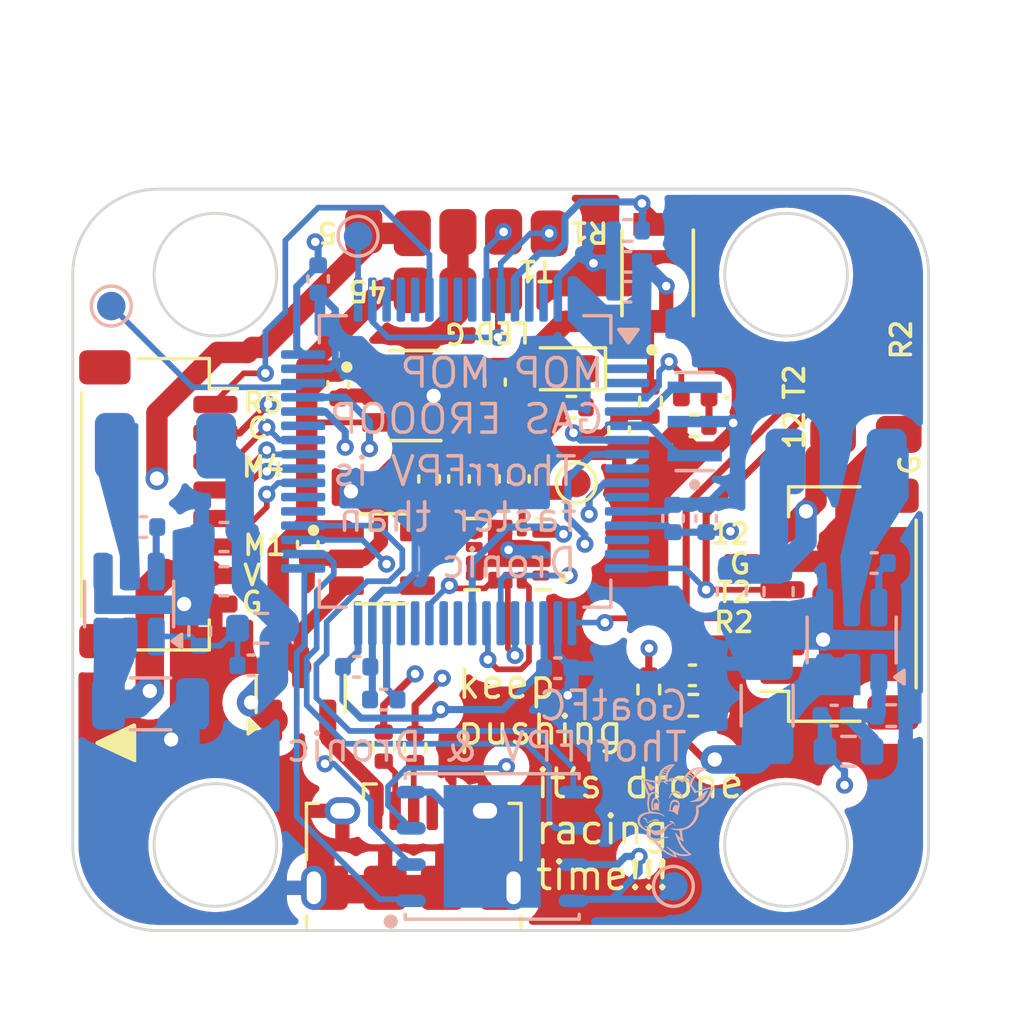
<source format=kicad_pcb>
(kicad_pcb (version 20240108) (generator "pcbnew") (generator_version "8.0")
  (layers (0 "F.Cu" signal) (1 "In1.Cu" power) (2 "In2.Cu" signal) (31 "B.Cu" signal) (34 "B.Paste" user) (35 "F.Paste" user) (36 "B.SilkS" user "B.Silkscreen") (37 "F.SilkS" user "F.Silkscreen") (38 "B.Mask" user) (39 "F.Mask" user) (44 "Edge.Cuts" user))
  (net 0 "")
  (net 1 "GND")
  (net 2 "VBAT")
  (net 3 "Net-(U6-BST)")
  (net 4 "Net-(U6-SW)")
  (net 5 "5Vbuck")
  (net 6 "Net-(U2-VCAP_1)")
  (net 7 "5V")
  (net 8 "3V3Gyro")
  (net 9 "3V3")
  (net 10 "VBAT_detect")
  (net 11 "NRST")
  (net 12 "5Vusb")
  (net 13 "Net-(D2-K)")
  (net 14 "LED0")
  (net 15 "Net-(D3-K)")
  (net 16 "Net-(U7-BST)")
  (net 18 "Net-(J1-D+)")
  (net 19 "Net-(J1-D-)")
  (net 20 "M3")
  (net 21 "M1")
  (net 22 "M2")
  (net 23 "CURR")
  (net 24 "UART5_RX")
  (net 25 "M4")
  (net 28 "UART2_RX")
  (net 29 "UART2_TX")
  (net 30 "Net-(U6-FB)")
  (net 31 "usb-D-")
  (net 32 "usb-D+")
  (net 33 "BOOT")
  (net 34 "UART1_TX")
  (net 35 "UART1_RX")
  (net 36 "PRGR2")
  (net 37 "PRGR1")
  (net 38 "SPI2_SDI")
  (net 39 "CS_Flash")
  (net 40 "SPI2_SDO")
  (net 41 "SPI2_SCLK")
  (net 50 "INT_GYRO")
  (net 52 "CS_Gyro")
  (net 53 "SPI1_SCLK")
  (net 57 "OSC_IN")
  (net 59 "SPI1_SDI")
  (net 66 "OSC_OUT")
  (net 69 "SPI1_SDO")
  (net 71 "Net-(U7-SW)")
  (net 72 "12V")
  (net 73 "Net-(U7-FB)")
  (net 74 "LED1")
  (footprint "Resistor_SMD:R_0402_1005Metric" (layer "F.Cu") (at 78.9 109.55 -90)
    (property "Reference" "R6" (hide yes))
    (property "Value" "R22")
  )
  (footprint "custom:solder pad small" (layer "F.Cu") (at 83.1 91.5)
    (property "Reference" "S8" (hide yes))
    (property "Value" "solder pad")
  )
  (footprint "custom:solder pad small" (layer "F.Cu") (at 84.7 91.55)
    (property "Reference" "S9" (hide yes))
    (property "Value" "solder pad")
  )
  (footprint "TestPoint:TestPoint_Pad_D1.0mm" (layer "F.Cu") (at 85.65 100.3)
    (property "Reference" "TP1" (hide yes))
    (property "Value" "3V3gyro")
  )
  (footprint "custom:solder pad small" (layer "F.Cu") (at 94.65 98.6 90)
    (property "Reference" "S2" (hide yes))
    (property "Value" "solder pad")
  )
  (footprint "Resistor_SMD:R_0402_1005Metric" (layer "F.Cu") (at 89.75 108.1)
    (property "Reference" "R9" (hide yes))
    (property "Value" "R10k")
  )
  (footprint "Connector_JST:JST_SH_SM08B-SRSS-TB_1x08-1MP_P1.00mm_Horizontal" (layer "F.Cu") (at 71 101.05 -90)
    (property "Reference" "J2" (hide yes))
    (property "Value" "Conn_01x08_Socket")
  )
  (footprint "Resistor_SMD:R_0402_1005Metric" (layer "F.Cu") (at 88.25 97.45 -90)
    (property "Reference" "R3" (hide yes))
    (property "Value" "R10k")
  )
  (footprint "LED_SMD:LED_0603_1608Metric" (layer "F.Cu") (at 85.1875 96.3 180)
    (property "Reference" "D3" (hide yes))
    (property "Value" "LED")
  )
  (footprint "Connector_USB:USB_Micro-B_Amphenol_10118194-0001LF_Horizontal" (layer "F.Cu") (at 79.95 113.2)
    (property "Reference" "J1" (hide yes))
    (property "Value" "USB_B_Micro")
  )
  (footprint "LED_SMD:LED_0402_1005Metric" (layer "F.Cu") (at 89.815 97.3 180)
    (property "Reference" "D2" (hide yes))
    (property "Value" "LED")
  )
  (footprint "Capacitor_SMD:C_0402_1005Metric" (layer "F.Cu") (at 89.72 107.05 180)
    (property "Reference" "C18" (hide yes))
    (property "Value" "C100nF")
  )
  (footprint "custom:solder pad small" (layer "F.Cu") (at 96.95 96.8 90)
    (property "Reference" "S5" (hide yes))
    (property "Value" "solder pad")
  )
  (footprint "custom:solder pad small" (layer "F.Cu") (at 83.1 93.55)
    (property "Reference" "S12" (hide yes))
    (property "Value" "solder pad")
  )
  (footprint "custom:solder pad small" (layer "F.Cu") (at 79.9 93.55)
    (property "Reference" "S6" (hide yes))
    (property "Value" "solder pad")
  )
  (footprint "Resistor_SMD:R_0402_1005Metric" (layer "F.Cu") (at 89.79 98.3 180)
    (property "Reference" "R10" (hide yes))
    (property "Value" "R330")
  )
  (footprint "Capacitor_SMD:C_0402_1005Metric" (layer "F.Cu") (at 76.2375 102.465 90)
    (property "Reference" "C9" (hide yes))
    (property "Value" "C1µF")
  )
  (footprint "Package_TO_SOT_SMD:SOT-23" (layer "F.Cu") (at 75.9875 107.7 90)
    (property "Reference" "D1" (hide yes))
    (property "Value" "BAT54C")
  )
  (footprint "custom:solder pad small" (layer "F.Cu") (at 81.5 93.55)
    (property "Reference" "S11" (hide yes))
    (property "Value" "solder pad")
  )
  (footprint "Resistor_SMD:R_0402_1005Metric" (layer "F.Cu") (at 85.4775 97.65 180)
    (property "Reference" "R11" (hide yes))
    (property "Value" "R330")
  )
  (footprint "custom:solder pad small" (layer "F.Cu") (at 96.95 98.6 90)
    (property "Reference" "S3" (hide yes))
    (property "Value" "solder pad")
  )
  (footprint "ICM-42688-P:PQFN50P300X250X97-14N" (layer "F.Cu") (at 83.2375 102.8 180)
    (property "Reference" "U5" (hide yes))
    (property "Value" "ICM-42688-P")
  )
  (footprint "Capacitor_SMD:C_0402_1005Metric" (layer "F.Cu") (at 80.4875 100.165 90)
    (property "Reference" "C8" (hide yes))
    (property "Value" "C1µF")
  )
  (footprint "custom:solder pad small" (layer "F.Cu") (at 78.2 91.45)
    (property "Reference" "S13" (hide yes))
    (property "Value" "solder pad")
  )
  (footprint "Capacitor_SMD:C_0402_1005Metric" (layer "F.Cu") (at 87.15 98.45 -90)
    (property "Reference" "C25" (hide yes))
    (property "Value" "C100nF")
  )
  (footprint "Resistor_SMD:R_0402_1005Metric" (layer "F.Cu") (at 80 109.6 -90)
    (property "Reference" "R5" (hide yes))
    (property "Value" "R22")
  )
  (footprint "B3U-1000P:SW_B3U-1000P" (layer "F.Cu") (at 88.5 92.9375 90)
    (property "Reference" "S1" (hide yes))
    (property "Value" "B3U-1000P")
  )
  (footprint "Capacitor_SMD:C_0402_1005Metric" (layer "F.Cu") (at 83.6375 100.165 -90)
    (property "Reference" "C15" (hide yes))
    (property "Value" "C10nF")
  )
  (footprint "Capacitor_SMD:C_0402_1005Metric" (layer "F.Cu") (at 82.8 96.77 -90)
    (property "Reference" "C12" (hide yes))
    (property "Value" "C1µF")
  )
  (footprint "RT9013-33GB:SOT94P279X129-5N" (layer "F.Cu") (at 80.005 97.24)
    (property "Reference" "U4" (hide yes))
    (property "Value" "RT9013-33GB")
  )
  (footprint "custom:solder pad small" (layer "F.Cu") (at 94.8 96.8 90)
    (property "Reference" "S4" (hide yes))
    (property "Value" "solder pad")
  )
  (footprint "Resistor_SMD:R_0402_1005Metric" (layer "F.Cu") (at 88.19 107.55 90)
    (property "Reference" "R8" (hide yes))
    (property "Value" "R100k")
  )
  (footprint "Capacitor_SMD:C_0402_1005Metric" (layer "F.Cu") (at 81.5375 100.165 90)
    (property "Reference" "C10" (hide yes))
    (property "Value" "C100nF")
  )
  (footprint "RT9013-33GB:SOT94P279X129-5N" (layer "F.Cu") (at 78.8375 102.965)
    (property "Reference" "U3" (hide yes))
    (property "Value" "RT9013-33GB")
  )
  (footprint "custom:solder pad small" (layer "F.Cu") (at 79.9 91.55)
    (property "Reference" "S10" (hide yes))
    (property "Value" "solder pad")
  )
  (footprint "Connector_JST:JST_SH_SM06B-SRSS-TB_1x06-1MP_P1.00mm_Horizontal" (layer "F.Cu") (at 94.875 104.55 90)
    (property "Reference" "J3" (hide yes))
    (property "Value" "Conn_01x06_Socket")
  )
  (footprint "custom:solder pad small" (layer "F.Cu") (at 81.5 91.5)
    (property "Reference" "S7" (hide yes))
    (property "Value" "solder pad")
  )
  (footprint "Capacitor_SMD:C_0402_1005Metric" (layer "F.Cu") (at 82.5875 100.165 90)
    (property "Reference" "C14" (hide yes))
    (property "Value" "C2.2µF")
  )
  (footprint "Capacitor_SMD:C_0402_1005Metric" (layer "F.Cu") (at 77.305 96.86 90)
    (property "Reference" "C7" (hide yes))
    (property "Value" "C1µF")
  )
  (footprint "Resistor_SMD:R_0402_1005Metric" (layer "B.Cu") (at 72.45 105.5 -90)
    (property "Reference" "R2" (hide yes))
    (property "Value" "R30.1k")
  )
  (footprint "Capacitor_SMD:C_0603_1608Metric" (layer "B.Cu") (at 73.3 102.2 180)
    (property "Reference" "C5" (hide yes))
    (property "Value" "C22µF")
  )
  (footprint "Capacitor_SMD:C_0603_1608Metric" (layer "B.Cu") (at 73.3 103.75 180)
    (property "Reference" "C3" (hide yes))
    (property "Value" "C22µF")
  )
  (footprint "Capacitor_SMD:C_0402_1005Metric" (layer "B.Cu") (at 90.2 101.55 -90)
    (property "Reference" "C24" (hide yes))
    (property "Value" "C1µF")
  )
  (footprint "Capacitor_SMD:C_0402_1005Metric" (layer "B.Cu") (at 74.25 106.7)
    (property "Reference" "C6" (hide yes))
    (property "Value" "C100pF")
  )
  (footprint "Capacitor_SMD:C_1206_3216Metric" (layer "B.Cu") (at 70.725 108.05)
    (property "Reference" "C1" (hide yes))
    (property "Value" "C10µF")
  )
  (footprint "Capacitor_SMD:C_1206_3216Metric" (layer "B.Cu") (at 92.3375 108.1125 90)
    (property "Reference" "C11" (hide yes))
    (property "Value" "C10µF")
  )
  (footprint "Package_TO_SOT_SMD:TSOT-23-6" (layer "B.Cu") (at 69.975 104.55 90)
    (property "Reference" "U6" (hide yes))
    (property "Value" "AP63200WU")
  )
  (footprint "TestPoint:TestPoint_Pad_D1.0mm" (layer "B.Cu") (at 78 91.65 90)
    (property "Reference" "TP3" (hide yes))
    (property "Value" "PRGR2")
  )
  (footprint "Resistor_SMD:R_0603_1608Metric" (layer "B.Cu") (at 95.1875 109.7125 180)
    (property "Reference" "R13" (hide yes))
    (property "Value" "R249k")
  )
  (footprint "Capacitor_SMD:C_0402_1005Metric" (layer "B.Cu") (at 87.45 92.55)
    (property "Reference" "C19" (hide yes))
    (property "Value" "C4.7µF")
  )
  (footprint "Capacitor_SMD:C_0603_1608Metric" (layer "B.Cu") (at 92.7375 104.1125 -90)
    (property "Reference" "C26" (hide yes))
    (property "Value" "C22µF")
  )
  (footprint "Capacitor_SMD:C_0402_1005Metric" (layer "B.Cu") (at 94.6875 108.4625 180)
    (property "Reference" "C16" (hide yes))
    (property "Value" "C56pF")
  )
  (footprint "Capacitor_SMD:C_0402_1005Metric" (layer "B.Cu") (at 89.04 101.55 -90)
    (property "Reference" "C23" (hide yes))
    (property "Value" "C100nF")
  )
  (footprint "Resistor_SMD:R_0402_1005Metric" (layer "B.Cu") (at 87.45 91.45)
    (property "Reference" "R14" (hide yes))
    (property "Value" "R100k")
  )
  (footprint "TestPoint:TestPoint_Pad_D1.0mm" (layer "B.Cu") (at 89.05 114.45 180)
    (property "Reference" "TP2" (hide yes))
    (property "Value" "3V3")
  )
  (footprint "CSTNE8M00G550000R0:OSC_CSTNE8M00G550000R0" (layer "B.Cu") (at 89.8 98.15 90)
    (property "Reference" "Y1" (hide yes))
    (property "Value" "CSTNE8M00G550000R0")
  )
  (footprint "LOGO" (layer "B.Cu") (at 89.15 111.8 180)
    (property "Reference" "G***" (hide yes))
    (property "Value" "LOGO" (hide yes))
  )
  (footprint "Capacitor_SMD:C_0603_1608Metric" (layer "B.Cu") (at 91.1 104.1 -90)
    (property "Reference" "C27" (hide yes))
    (property "Value" "C22µF")
  )
  (footprint "Capacitor_SMD:C_0402_1005Metric" (layer "B.Cu") (at 76.6 93.15 90)
    (property "Reference" "C21" (hide yes))
    (property "Value" "C100nF")
  )
  (footprint "Capacitor_SMD:C_0402_1005Metric" (layer "B.Cu") (at 78.9 107.9 180)
    (property "Reference" "C4" (hide yes))
    (property "Value" "C2.2µF")
  )
  (footprint "Resistor_SMD:R_0402_1005Metric" (layer "B.Cu") (at 96.6875 108.4625 180)
    (property "Reference" "R7" (hide yes))
    (property "Value" "R18k")
  )
  (footprint "Capacitor_SMD:C_0402_1005Metric" (layer "B.Cu") (at 87.45 93.6)
    (property "Reference" "C17" (hide yes))
    (property "Value" "C100nF")
  )
  (footprint "TestPoint:TestPoint_Pad_D1.0mm" (layer "B.Cu") (at 69.35 94.1 90)
    (property "Reference" "TP4" (hide yes))
    (property "Value" "PRGR1")
  )
  (footprint "Package_TO_SOT_SMD:TSOT-23-6" (layer "B.Cu") (at 95.3 105.8125 90)
    (property "Reference" "U7" (hide yes))
    (property "Value" "AP63200WU")
  )
  (footprint "Capacitor_SMD:C_0402_1005Metric" (layer "B.Cu") (at 96.0875 103.1125)
    (property "Reference" "C13" (hide yes))
    (property "Value" "C100nF")
  )
  (footprint "custom:TECHFUSE SL0420-100M" (layer "B.Cu") (at 71.25 99)
    (property "Reference" "L1" (hide yes))
    (property "Value" "L10µH")
  )
  (footprint "Resistor_SMD:R_0603_1608Metric" (layer "B.Cu") (at 74.6 105.4)
    (property "Reference" "R1" (hide yes))
    (property "Value" "R158k")
  )
  (footprint "custom:TECHFUSE SL0420-100M" (layer "B.Cu") (at 94.75 99.55 180)
    (property "Reference" "L2" (hide yes))
    (property "Value" "L10µH")
  )
  (footprint "Capacitor_SMD:C_0402_1005Metric" (layer "B.Cu") (at 85 106.8 180)
    (property "Reference" "C22" (hide yes))
    (property "Value" "C100nF")
  )
  (footprint "Capacitor_SMD:C_0402_1005Metric" (layer "B.Cu") (at 77.95 106.75 180)
    (property "Reference" "C20" (hide yes))
    (property "Value" "C100nF")
  )
  (footprint "W25Q128JVPIQ:W25Q128JVPIQ" (layer "B.Cu") (at 82.7 113.05)
    (property "Reference" "U1" (hide yes))
    (property "Value" "W25Q128JVPIQ")
  )
  (footprint "Package_QFP:LQFP-64_10x10mm_P0.5mm" (layer "B.Cu") (at 81.75 99.55 180)
    (property "Reference" "U2" (hide yes))
    (property "Value" "STM32F722RETx")
  )
  (footprint "Capacitor_SMD:C_0402_1005Metric" (layer "B.Cu") (at 70.48 101.85)
    (property "Reference" "C2" (hide yes))
    (property "Value" "C100nF")
  )
  (gr_poly (pts (xy 82.3 103.6) (xy 82.3 103.15) (xy 84.65 103.15) (xy 84.65 102.45) (xy 84.15 102.45) (xy 83.95 102.4) (xy 83.3 102.4) (xy 83.3 101.7) (xy 82.65 101.7) (xy 82.65 102.95) (xy 81.9 102.95) (xy 81.9 103.6)) (stroke (width 0.2)) (fill solid) (layer "F.Cu") (net 1))
  (gr_poly (pts (xy 90.75 104.55) (xy 93.1 104.55) (xy 94.55 104.3) (xy 94.55 105.55) (xy 97.65 105.6) (xy 97.65 108.65) (xy 97.05 108.65) (xy 96.95 106.05) (xy 93.15 106.05) (xy 93.05 107.1) (xy 91.55 107.1) (xy 90.75 105.25)) (stroke (width 0.2)) (fill solid) (layer "B.Cu") (net 1))
  (gr_poly (pts (xy 95.1 104.55) (xy 95 102.9) (xy 95.9 99.15) (xy 97.2 99.15) (xy 97.2 100.8) (xy 95.95 102.75) (xy 95.5 104.55)) (stroke (width 0.2)) (fill solid) (layer "B.Cu") (net 71))
  (gr_poly (pts (xy 72.85 101.95) (xy 72.85 104.15) (xy 72.7 104.8) (xy 72.7 105.2) (xy 71.7 105.2) (xy 71.7 104.8) (xy 68.85 104.8) (xy 68.85 102.9) (xy 69.3 102.9) (xy 69.3 104.35) (xy 71.6 104.35) (xy 71.6 102.05) (xy 72.05 101.95)) (stroke (width 0.2)) (fill solid) (layer "B.Cu") (net 1))
  (gr_poly (pts (xy 87.7 92.35) (xy 87.7 93.8) (xy 87.25 94.15) (xy 86.65 94.15) (xy 85.6 93.15) (xy 85.45 93.15) (xy 85.45 94.55) (xy 86.7 95.85) (xy 88.15 95.85) (xy 88.2 92.35)) (stroke (width 0.2)) (fill solid) (layer "B.Cu") (net 9))
  (gr_poly (pts (xy 93.75 106.55) (xy 93.507353 107.25) (xy 91.557353 108.5) (xy 91.557353 109.9) (xy 93.157353 109.9) (xy 93.157353 108.75) (xy 93.707353 108.05) (xy 94.157353 107.65) (xy 95.507353 107.65) (xy 95.507353 106.5)) (stroke (width 0.2)) (fill solid) (layer "B.Cu") (net 2))
  (gr_poly (pts (xy 70.25 103.45) (xy 70.2 102.05) (xy 70.2 98.3) (xy 68.9 98.3) (xy 68.9 99.65) (xy 69.75 102.85) (xy 69.75 103.95) (xy 70.25 103.95)) (stroke (width 0.2)) (fill solid) (layer "B.Cu") (net 4))
  (gr_poly (pts (xy 68.8 107.95) (xy 68.85 106.2) (xy 68.85 105.15) (xy 70.15 105.15) (xy 70.15 106.25) (xy 69.7 107.4) (xy 69.7 107.95)) (stroke (width 0.2)) (fill solid) (layer "B.Cu") (net 2))
  (gr_poly (pts (xy 70.15 110.01) (xy 68.87 109.42) (xy 70.15 108.81)) (stroke (width 0.15)) (fill solid) (layer "F.SilkS"))
  (gr_line (start 95 116) (end 71 116) (stroke (width 0.1)) (layer "Edge.Cuts"))
  (gr_circle (center 93 93) (end 95.15 93) (stroke (width 0.1)) (fill none) (layer "Edge.Cuts"))
  (gr_arc (start 98 113) (mid 97.12132 115.12132) (end 95 116) (stroke (width 0.1)) (layer "Edge.Cuts"))
  (gr_line (start 98 93) (end 98 113) (stroke (width 0.1)) (layer "Edge.Cuts"))
  (gr_arc (start 95 90) (mid 97.12132 90.87868) (end 98 93) (stroke (width 0.1)) (layer "Edge.Cuts"))
  (gr_line (start 68 113) (end 68 93) (stroke (width 0.1)) (layer "Edge.Cuts"))
  (gr_circle (center 93 113) (end 95.15 113) (stroke (width 0.1)) (fill none) (layer "Edge.Cuts"))
  (gr_circle (center 73 113) (end 75.15 113) (stroke (width 0.1)) (fill none) (layer "Edge.Cuts"))
  (gr_arc (start 71 116) (mid 68.87868 115.12132) (end 68 113) (stroke (width 0.1)) (layer "Edge.Cuts"))
  (gr_arc (start 68 93) (mid 68.87868 90.87868) (end 71 90) (stroke (width 0.1)) (layer "Edge.Cuts"))
  (gr_circle (center 73 93) (end 75.15 93) (stroke (width 0.1)) (fill none) (layer "Edge.Cuts"))
  (gr_line (start 71 90) (end 95 90) (stroke (width 0.1)) (layer "Edge.Cuts"))
  (gr_text "MOP MOP \nGAS EROOOP\n" (at 86.7 98.65 0) (layer "B.SilkS") (effects (font (size 1 1) (thickness 0.125) (bold yes)) (justify left bottom mirror)))
  (gr_text "ThorrFPV is\nfaster than \nDronic\n" (at 85.75 103.7 0) (layer "B.SilkS") (effects (font (size 1 1) (thickness 0.125) (bold yes)) (justify left bottom mirror)))
  (gr_text "GoatFC\n" (at 89.65 108.7 0) (layer "B.SilkS") (effects (font (size 1 1) (thickness 0.125) (bold yes)) (justify left bottom mirror)))
  (gr_text "ThorrFPV & Dronic\n" (at 89.6 110.15 0) (layer "B.SilkS") (effects (font (size 1 1) (thickness 0.125) (bold yes)) (justify left bottom mirror)))
  (gr_text "C" (at 74.05 98.8 0) (layer "F.SilkS") (effects (font (size 0.7 0.7) (thickness 0.13) (bold yes)) (justify left bottom)))
  (gr_text "T1\n" (at 84.9 92.45 180) (layer "F.SilkS") (effects (font (size 0.7 0.7) (thickness 0.13) (bold yes)) (justify left bottom)))
  (gr_text "T2" (at 93.7 97.45 90) (layer "F.SilkS") (effects (font (size 0.7 0.7) (thickness 0.13) (bold yes)) (justify left bottom)))
  (gr_text "V\n" (at 73.9 103.95 0) (layer "F.SilkS") (effects (font (size 0.7 0.7) (thickness 0.13) (bold yes)) (justify left bottom)))
  (gr_text "M4\n" (at 73.85 100.15 0) (layer "F.SilkS") (effects (font (size 0.7 0.7) (thickness 0.13) (bold yes)) (justify left bottom)))
  (gr_text "M1" (at 73.9 102.9 0) (layer "F.SilkS") (effects (font (size 0.7 0.7) (thickness 0.13) (bold yes)) (justify left bottom)))
  (gr_text "G" (at 73.85 104.9 0) (layer "F.SilkS") (effects (font (size 0.7 0.7) (thickness 0.13) (bold yes)) (justify left bottom)))
  (gr_text "G" (at 81.85 94.65 180) (layer "F.SilkS") (effects (font (size 0.7 0.7) (thickness 0.13) (bold yes)) (justify left bottom)))
  (gr_text "R5" (at 73.9 97.9 0) (layer "F.SilkS") (effects (font (size 0.7 0.7) (thickness 0.13) (bold yes)) (justify left bottom)))
  (gr_text "LED\n" (at 84.1 94.6 180) (layer "F.SilkS") (effects (font (size 0.7 0.7) (thickness 0.13) (bold yes)) (justify left bottom)))
  (gr_text "5\n" (at 77.35 91.1 180) (layer "F.SilkS") (effects (font (size 0.7 0.7) (thickness 0.13) (bold yes)) (justify left bottom)))
  (gr_text "G" (at 97.75 100.1 90) (layer "F.SilkS") (effects (font (size 0.7 0.7) (thickness 0.13) (bold yes)) (justify left bottom)))
  (gr_text "12" (at 90.3 102.5 0) (layer "F.SilkS") (effects (font (size 0.7 0.7) (thickness 0.13) (bold yes)) (justify left bottom)))
  (gr_text "R1" (at 86.85 91.1 180) (layer "F.SilkS") (effects (font (size 0.7 0.7) (thickness 0.13) (bold yes)) (justify left bottom)))
  (gr_text "G" (at 90.95 103.55 0) (layer "F.SilkS") (effects (font (size 0.7 0.7) (thickness 0.13) (bold yes)) (justify left bottom)))
  (gr_text "R2" (at 90.4 105.6 0) (layer "F.SilkS") (effects (font (size 0.7 0.7) (thickness 0.13) (bold yes)) (justify left bottom)))
  (gr_text "12" (at 93.7 99.2 90) (layer "F.SilkS") (effects (font (size 0.7 0.7) (thickness 0.13) (bold yes)) (justify left bottom)))
  (gr_text "it's drone\nracing\ntime!!!" (at 84.15 114.65 0) (layer "F.SilkS") (effects (font (size 1 1) (thickness 0.13) (bold yes)) (justify left bottom)))
  (gr_text "T2" (at 90.5 104.55 0) (layer "F.SilkS") (effects (font (size 0.7 0.7) (thickness 0.13) (bold yes)) (justify left bottom)))
  (gr_text "R2" (at 97.45 96.05 90) (layer "F.SilkS") (effects (font (size 0.7 0.7) (thickness 0.13) (bold yes)) (justify left bottom)))
  (gr_text "45\n" (at 79.1 93.15 180) (layer "F.SilkS") (effects (font (size 0.7 0.7) (thickness 0.13) (bold yes)) (justify left bottom)))
  (gr_text "keep\npushing" (at 81.4 109.55 0) (layer "F.SilkS") (effects (font (size 1 1) (thickness 0.13) (bold yes)) (justify left bottom)))
  (segment (start 77.405 97.24) (end 77.305 97.34) (width 0.5) (layer "F.Cu") (net 1))
  (segment (start 80 96.79) (end 79.55 97.24) (width 0.75) (layer "F.Cu") (net 1))
  (segment (start 89.75 99.1) (end 90.55 99.1) (width 0.5) (layer "F.Cu") (net 1))
  (segment (start 96.95 98.6) (end 96.75 98.6) (width 0.75) (layer "F.Cu") (net 1))
  (segment (start 89.28 98.63) (end 89.75 99.1) (width 0.5) (layer "F.Cu") (net 1))
  (segment (start 78.8 102.367499) (end 78.8 101.1) (width 0.5) (layer "F.Cu") (net 1))
  (segment (start 83.6375 99.685) (end 84.0725 99.25) (width 0.5) (layer "F.Cu") (net 1))
  (segment (start 82.95 97.4) (end 84.7175 97.4) (width 0.75) (layer "F.Cu") (net 1))
  (segment (start 79.55 97.24) (end 78.76 97.24) (width 0.75) (layer "F.Cu") (net 1))
  (segment (start 71.45 109.3) (end 71.90431 108.84569) (width 1) (layer "F.Cu") (net 1))
  (segment (start 78.202499 102.965) (end 78.8 102.367499) (width 0.5) (layer "F.Cu") (net 1))
  (segment (start 76.925 114.55) (end 82.975 114.55) (width 1) (layer "F.Cu") (net 1))
  (segment (start 71.90431 104.55) (end 72.9 104.55) (width 0.75) (layer "F.Cu") (net 1))
  (segment (start 84.9675 97.65) (end 84.9675 97.969999) (width 0.75) (layer "F.Cu") (net 1))
  (segment (start 79.55 97.24) (end 79.56 97.25) (width 0.75) (layer "F.Cu") (net 1))
  (segment (start 78.25 101.1) (end 78.8 101.1) (width 0.5) (layer "F.Cu") (net 1))
  (segment (start 83.6375 99.685) (end 83.6375 99.299999) (width 0.75) (layer "F.Cu") (net 1))
  (segment (start 79.56 97.25) (end 80.65 97.25) (width 0.75) (layer "F.Cu") (net 1))
  (segment (start 79.215 99.685) (end 80.4875 99.685) (width 0.5) (layer "F.Cu") (net 1))
  (segment (start 81.5 93.55) (end 81.5 94.35) (width 0.75) (layer "F.Cu") (net 1))
  (segment (start 81.25 111.85) (end 82.45 111.85) (width 0.5) (layer "F.Cu") (net 1))
  (segment (start 90.55 99.1) (end 91.15 98.5) (width 0.5) (layer "F.Cu") (net 1))
  (segment (start 78.76 97.24) (end 77.405 97.24) (width 0.5) (layer "F.Cu") (net 1))
  (segment (start 77.5925 102.965) (end 78.202499 102.965) (width 0.5) (layer "F.Cu") (net 1))
  (segment (start 80.4875 99.685) (end 83.6375 99.685) (width 0.75) (layer "F.Cu") (net 1))
  (segment (start 94.299327 104.200673) (end 94.299327 105.797501) (width 0.75) (layer "F.Cu") (net 1))
  (segment (start 84.7175 97.4) (end 84.9675 97.65) (width 0.75) (layer "F.Cu") (net 1))
  (segment (start 81.5 94.35) (end 80 95.85) (width 0.75) (layer "F.Cu") (net 1))
  (segment (start 78.8 101.1) (end 78.8 100.1) (width 0.5) (layer "F.Cu") (net 1))
  (segment (start 78.8 100.1) (end 79.215 99.685) (width 0.5) (layer "F.Cu") (net 1))
  (segment (start 95.1 103.4) (end 94.299327 104.200673) (width 0.75) (layer "F.Cu") (net 1))
  (segment (start 77.75 100.6) (end 78.25 101.1) (width 0.5) (layer "F.Cu") (net 1))
  (segment (start 83.6375 99.299999) (end 84.9675 97.969999) (width 0.75) (layer "F.Cu") (net 1))
  (segment (start 90.2 107.05) (end 90.2 108.04) (width 0.25) (layer "F.Cu") (net 1))
  (segment (start 87.15 98.93) (end 88.65 98.93) (width 0.5) (layer "F.Cu") (net 1))
  (segment (start 82.8 97.25) (end 82.95 97.4) (width 0.75) (layer "F.Cu") (net 1))
  (segment (start 80.65 97.25) (end 82.8 97.25) (width 0.75) (layer "F.Cu") (net 1))
  (segment (start 86.83 99.25) (end 87.15 98.93) (width 0.5) (layer "F.Cu") (net 1))
  (segment (start 91.15 98.5) (end 91.15 98.2) (width 0.5) (layer "F.Cu") (net 1))
  (segment (start 71.90431 108.84569) (end 71.90431 104.55) (width 1) (layer "F.Cu") (net 1))
  (segment (start 77.5925 102.965) (end 76.2575 102.965) (width 0.5) (layer "F.Cu") (net 1))
  (segment (start 89.28 98.3) (end 89.28 98.63) (width 0.5) (layer "F.Cu") (net 1))
  (segment (start 94.75 103.05) (end 92.95 103.05) (width 0.75) (layer "F.Cu") (net 1))
  (segment (start 90.2 108.04) (end 90.26 108.1) (width 0.25) (layer "F.Cu") (net 1))
  (segment (start 80 95.85) (end 80 96.79) (width 0.75) (layer "F.Cu") (net 1))
  (segment (start 96.75 98.6) (end 95.1 100.25) (width 0.75) (layer "F.Cu") (net 1))
  (segment (start 76.2575 102.965) (end 76.2375 102.945) (width 0.5) (layer "F.Cu") (net 1))
  (segment (start 95.1 100.25) (end 95.1 103.4) (width 0.75) (layer "F.Cu") (net 1))
  (segment (start 88.65 98.93) (end 89.28 98.3) (width 0.5) (layer "F.Cu") (net 1))
  (segment (start 84.0725 99.25) (end 86.83 99.25) (width 0.5) (layer "F.Cu") (net 1))
  (segment (start 81.5 93.55) (end 81.5 91.5) (width 0.75) (layer "F.Cu") (net 1))
  (via (at 80.65 97.25) (size 0.8) (drill 0.5) (layers "F.Cu" "B.Cu") (net 1))
  (via (at 83.275 102.65) (size 0.6) (drill 0.3) (layers "F.Cu" "B.Cu") (net 1))
  (via (at 91.15 98.2) (size 0.6) (drill 0.3) (layers "F.Cu" "B.Cu") (net 1))
  (via (at 85.35 107.75) (size 0.6) (drill 0.3) (layers "F.Cu" "B.Cu") (net 1))
  (via (at 77.75 100.6) (size 0.8) (drill 0.5) (layers "F.Cu" "B.Cu") (net 1))
  (via (at 71.90431 104.55) (size 0.8) (drill 0.5) (layers "F.Cu" "B.Cu") (net 1))
  (via (at 86.25 92.6) (size 0.6) (drill 0.3) (layers "F.Cu" "B.Cu") (net 1))
  (via (at 71.45 109.3) (size 0.8) (drill 0.5) (layers "F.Cu" "B.Cu") (net 1))
  (via (at 94.299327 105.797501) (size 0.8) (drill 0.5) (layers "F.Cu" "B.Cu") (net 1))
  (segment (start 85 106.32) (end 85.48 106.8) (width 0.25) (layer "B.Cu") (net 1))
  (segment (start 91.1 98.15) (end 89.8 98.15) (width 0.25) (layer "B.Cu") (net 1))
  (segment (start 85.9 92.25) (end 85.85 92.25) (width 0.5) (layer "B.Cu") (net 1))
  (segment (start 85.48 107.62) (end 85.35 107.75) (width 0.25) (layer "B.Cu") (net 1))
  (segment (start 80 101.9) (end 78.7 100.6) (width 0.25) (layer "B.Cu") (net 1))
  (segment (start 91.15 98.2) (end 91.1 98.15) (width 0.25) (layer "B.Cu") (net 1))
  (segment (start 91.15 100.12) (end 90.2 101.07) (width 0.25) (layer "B.Cu") (net 1))
  (segment (start 85 93.875) (end 85 93.100001) (width 0.25) (layer "B.Cu") (net 1))
  (segment (start 79.385 104.065) (end 80 103.45) (width 0.25) (layer "B.Cu") (net 1))
  (segment (start 76.6 93.63) (end 77.2 94.23) (width 0.25) (layer "B.Cu") (net 1))
  (segment (start 80.595 111.145) (end 82.7 113.25) (width 0.25) (layer "B.Cu") (net 1))
  (segment (start 78.7 100.6) (end 77.75 100.6) (width 0.25) (layer "B.Cu") (net 1))
  (segment (start 77 96.3) (end 76.075 96.3) (width 0.25) (layer "B.Cu") (net 1))
  (segment (start 85 93.100001) (end 85.85 92.25) (width 0.25) (layer "B.Cu") (net 1))
  (segment (start 85.48 106.8) (end 85.48 107.62) (width 0.25) (layer "B.Cu") (net 1))
  (segment (start 78.5 107.82) (end 78.42 107.9) (width 0.25) (layer "B.Cu") (net 1))
  (segment (start 87.425 101.3) (end 88.81 101.3) (width 0.25) (layer "B.Cu") (net 1))
  (segment (start 86.650001 91.45) (end 86.94 91.45) (width 0.25) (layer "B.Cu") (net 1))
  (segment (start 77.35 95.35) (end 79.25 97.25) (width 0.5) (layer "B.Cu") (net 1))
  (segment (start 77.2 96.1) (end 77 96.3) (width 0.25) (layer "B.Cu") (net 1))
  (segment (start 77.2 94.23) (end 77.2 95.35) (width 0.25) (layer "B.Cu") (net 1))
  (segment (start 78.885001 104.065) (end 79.385 104.065) (width 0.25) (layer "B.Cu") (net 1))
  (segment (start 71.45 109.3) (end 71.45 108.8) (width 1) (layer "B.Cu") (net 1))
  (segment (start 86.25 92.6) (end 85.9 92.25) (width 0.5) (layer "B.Cu") (net 1))
  (segment (start 77.2 95.35) (end 77.2 96.1) (width 0.25) (layer "B.Cu") (net 1))
  (segment (start 78.5 105.225) (end 78.5 107.82) (width 0.25) (layer "B.Cu") (net 1))
  (segment (start 89.04 101.07) (end 90.2 101.07) (width 0.25) (layer "B.Cu") (net 1))
  (segment (start 88.81 101.3) (end 89.04 101.07) (width 0.25) (layer "B.Cu") (net 1))
  (segment (start 78.5 104.450001) (end 78.885001 104.065) (width 0.25) (layer "B.Cu") (net 1))
  (segment (start 86.94 91.45) (end 86.94 93.57) (width 0.5) (layer "B.Cu") (net 1))
  (segment (start 71.45 108.8) (end 72.2 108.05) (width 1) (layer "B.Cu") (net 1))
  (segment (start 85.85 92.25) (end 86.650001 91.45) (width 0.25) (layer "B.Cu") (net 1))
  (segment (start 91.15 98.2) (end 91.15 100.12) (width 0.25) (layer "B.Cu") (net 1))
  (segment (start 78.5 105.225) (end 78.5 104.450001) (width 0.25) (layer "B.Cu") (net 1))
  (segment (start 79.8543 111.145) (end 80.595 111.145) (width 0.25) (layer "B.Cu") (net 1))
  (segment (start 86.94 93.57) (end 86.97 93.6) (width 0.5) (layer "B.Cu") (net 1))
  (segment (start 86.3 92.55) (end 86.25 92.6) (width 0.5) (layer "B.Cu") (net 1))
  (segment (start 80 103.45) (end 80 101.9) (width 0.25) (layer "B.Cu") (net 1))
  (segment (start 77.2 95.35) (end 77.35 95.35) (width 0.5) (layer "B.Cu") (net 1))
  (segment (start 85 105.225) (end 85 106.32) (width 0.25) (layer "B.Cu") (net 1))
  (segment (start 86.97 92.55) (end 86.3 92.55) (width 0.5) (layer "B.Cu") (net 1))
  (segment (start 79.25 97.25) (end 80.65 97.25) (width 0.5) (layer "B.Cu") (net 1))
  (segment (start 90.13 110) (end 88.19 108.06) (width 0.25) (layer "F.Cu") (net 2))
  (segment (start 72.81 103.46) (end 72.9 103.55) (width 0.75) (layer "F.Cu") (net 2))
  (segment (start 90.5 110) (end 90.13 110) (width 0.25) (layer "F.Cu") (net 2))
  (segment (start 70.7 104) (end 71.24 103.46) (width 1) (layer "F.Cu") (net 2))
  (segment (start 71.24 103.46) (end 72.81 103.46) (width 0.9) (layer "F.Cu") (net 2))
  (segment (start 70.7 107.6) (end 70.7 104) (width 1) (layer "F.Cu") (net 2))
  (via (at 70.7 107.6) (size 0.8) (drill 0.5) (layers "F.Cu" "B.Cu") (net 2))
  (via (at 90.5 110) (size 0.8) (drill 0.5) (layers "F.Cu" "B.Cu") (net 2))
  (segment (start 70.7 107.6) (end 70.25 108.05) (width 1) (layer "B.Cu") (net 2))
  (segment (start 91.925 110) (end 92.3375 109.5875) (width 1) (layer "B.Cu") (net 2))
  (segment (start 90.5 110) (end 91.925 110) (width 1) (layer "B.Cu") (net 2))
  (segment (start 70.25 108.05) (end 69.25 108.05) (width 1) (layer "B.Cu") (net 2))
  (segment (start 70.925 103.4125) (end 70.925 101.885) (width 0.25) (layer "B.Cu") (net 3))
  (segment (start 70.925 101.885) (end 70.96 101.85) (width 0.25) (layer "B.Cu") (net 3))
  (segment (start 70.95 97.85) (end 70.95 100.15) (width 0.75) (layer "F.Cu") (net 5))
  (segment (start 74.25 108) (end 74.4 108) (width 1) (layer "F.Cu") (net 5))
  (segment (start 74.4 108) (end 75.0375 108.6375) (width 1) (layer "F.Cu") (net 5))
  (segment (start 79.9 91.55) (end 78.7 91.55) (width 0.75) (layer "F.Cu") (net 5))
  (segment (start 74.7 95.55) (end 74.3 95.55) (width 0.75) (layer "F.Cu") (net 5))
  (segment (start 73.074703 95.725297) (end 70.95 97.85) (width 0.75) (layer "F.Cu") (net 5))
  (segment (start 78.7 91.55) (end 74.7 95.55) (width 0.75) (layer "F.Cu") (net 5))
  (segment (start 74.124703 95.725297) (end 73.074703 95.725297) (width 0.75) (layer "F.Cu") (net 5))
  (segment (start 74.3 95.55) (end 74.124703 95.725297) (width 0.75) (layer "F.Cu") (net 5))
  (via (at 70.95 100.15) (size 0.8) (drill 0.5) (layers "F.Cu" "B.Cu") (net 5))
  (via (at 74.25 108) (size 0.8) (drill 0.5) (layers "F.Cu" "B.Cu") (net 5))
  (segment (start 73.025 99) (end 73.85 99.825) (width 1) (layer "B.Cu") (net 5))
  (segment (start 74.075 103.875) (end 75.425 105.225) (width 1) (layer "B.Cu") (net 5))
  (segment (start 75.05 105.775) (end 75.05 107.2) (width 1) (layer "B.Cu") (net 5))
  (segment (start 73.85 99.825) (end 73.85 101.975) (width 1) (layer "B.Cu") (net 5))
  (segment (start 74.075 103.75) (end 74.075 103.875) (width 1) (layer "B.Cu") (net 5))
  (segment (start 73.85 101.975) (end 74.075 102.2) (width 1) (layer "B.Cu") (net 5))
  (segment (start 75.425 105.225) (end 75.425 105.4) (width 1) (layer "B.Cu") (net 5))
  (segment (start 75.425 105.4) (end 75.05 105.775) (width 1) (layer "B.Cu") (net 5))
  (segment (start 73.025 98.925) (end 73.025 99) (width 1) (layer "B.Cu") (net 5))
  (segment (start 74.075 102.2) (end 74.075 103.75) (width 1) (layer "B.Cu") (net 5))
  (segment (start 75.05 107.2) (end 74.25 108) (width 1) (layer "B.Cu") (net 5))
  (segment (start 79 107.52) (end 79.38 107.9) (width 0.25) (layer "B.Cu") (net 6))
  (segment (start 79 105.225) (end 79 107.52) (width 0.25) (layer "B.Cu") (net 6))
  (segment (start 75.2 102.75) (end 76.2 101.75) (width 0.75) (layer "F.Cu") (net 7))
  (segment (start 77.385 96.3) (end 78.76 96.3) (width 0.75) (layer "F.Cu") (net 7))
  (segment (start 76.2 98.9) (end 76.2 97.05) (width 0.75) (layer "F.Cu") (net 7))
  (segment (start 76.2 98.18) (end 78.76 98.18) (width 0.2) (layer "F.Cu") (net 7))
  (segment (start 76.2 97.05) (end 76.87 96.38) (width 0.75) (layer "F.Cu") (net 7))
  (segment (start 75.965 101.985) (end 76.2375 101.985) (width 0.75) (layer "F.Cu") (net 7))
  (segment (start 75.9875 105.51) (end 77.5925 103.905) (width 0.5) (layer "F.Cu") (net 7))
  (segment (start 75.2 105.975) (end 75.2 102.75) (width 0.75) (layer "F.Cu") (net 7))
  (segment (start 75.9875 106.7625) (end 75.2 105.975) (width 0.75) (layer "F.Cu") (net 7))
  (segment (start 75.2 102.75) (end 75.965 101.985) (width 0.75) (layer "F.Cu") (net 7))
  (segment (start 77.5525 101.985) (end 77.5925 102.025) (width 0.75) (layer "F.Cu") (net 7))
  (segment (start 76.2 97.05) (end 76.2 96.2) (width 0.75) (layer "F.Cu") (net 7))
  (segment (start 75.9875 106.7625) (end 75.9875 105.51) (width 0.5) (layer "F.Cu") (net 7))
  (segment (start 76.2 96.2) (end 78.85 93.55) (width 0.75) (layer "F.Cu") (net 7))
  (segment (start 76.87 96.38) (end 77.305 96.38) (width 0.75) (layer "F.Cu") (net 7))
  (segment (start 76.2 101.75) (end 76.2 98.9) (width 0.75) (layer "F.Cu") (net 7))
  (segment (start 77.305 96.38) (end 77.385 96.3) (width 0.75) (layer "F.Cu") (net 7))
  (segment (start 76.2375 101.985) (end 77.5525 101.985) (width 0.75) (layer "F.Cu") (net 7))
  (segment (start 78.85 93.55) (end 79.9 93.55) (width 0.75) (layer "F.Cu") (net 7))
  (segment (start 85.305 100.645) (end 85.65 100.3) (width 0.5) (layer "F.Cu") (net 8))
  (segment (start 82.5875 100.645) (end 82.0725 101.16) (width 0.5) (layer "F.Cu") (net 8))
  (segment (start 80.0825 102.025) (end 80.0825 101.05) (width 0.5) (layer "F.Cu") (net 8))
  (segment (start 83.75 101.8725) (end 83.7375 101.885) (width 0.25) (layer "F.Cu") (net 8))
  (segment (start 83.6375 100.645) (end 83.75 100.7575) (width 0.25) (layer "F.Cu") (net 8))
  (segment (start 80.0825 101.05) (end 80.4875 100.645) (width 0.5) (layer "F.Cu") (net 8))
  (segment (start 83.75 100.7575) (end 83.75 101.8725) (width 0.25) (layer "F.Cu") (net 8))
  (segment (start 80.4875 100.645) (end 83.6375 100.645) (width 0.5) (layer "F.Cu") (net 8))
  (segment (start 83.6375 100.645) (end 85.305 100.645) (width 0.5) (layer "F.Cu") (net 8))
  (segment (start 82.0725 101.16) (end 82.0725 102.035) (width 0.5) (layer "F.Cu") (net 8))
  (segment (start 84.4 95.5) (end 85.2625 94.6375) (width 0.75) (layer "F.Cu") (net 9))
  (segment (start 88.25 96.94) (end 88.25 94.8875) (width 0.25) (layer "F.Cu") (net 9))
  (segment (start 88.8 93.4) (end 88.8 94.3375) (width 0.5) (layer "F.Cu") (net 9))
  (segment (start 84.4 96.3) (end 84.4 95.5) (width 0.75) (layer "F.Cu") (net 9))
  (segment (start 88.25 94.8875) (end 88.5 94.6375) (width 0.25) (layer "F.Cu") (net 9))
  (segment (start 82.79 96.3) (end 82.8 96.29) (width 0.75) (layer "F.Cu") (net 9))
  (segment (start 81.25 96.3) (end 82.79 96.3) (width 0.75) (layer "F.Cu") (net 9))
  (segment (start 82.8 96.29) (end 84.39 96.29) (width 0.75) (layer "F.Cu") (net 9))
  (segment (start 88.8 94.3375) (end 88.5 94.6375) (width 0.5) (layer "F.Cu") (net 9))
  (segment (start 85.2625 94.6375) (end 88.5 94.6375) (width 0.75) (layer "F.Cu") (net 9))
  (segment (start 84.39 96.29) (end 84.4 96.3) (width 0.75) (layer "F.Cu") (net 9))
  (via (at 80.9 108.25) (size 0.6) (drill 0.3) (layers "F.Cu" "B.Cu") (net 9))
  (via (at 87.85 113.4) (size 0.6) (drill 0.3) (layers "F.Cu" "B.Cu") (net 9))
  (via (at 83.2 110.25) (size 0.6) (drill 0.3) (layers "F.Cu" "B.Cu") (net 9))
  (via (at 76.5 91.85) (size 0.6) (drill 0.3) (layers "F.Cu" "B.Cu") (net 9))
  (via (at 91.05 102) (size 0.6) (drill 0.3) (layers "F.Cu" "B.Cu") (net 9))
  (via (at 88.8 93.4) (size 0.6) (drill 0.3) (layers "F.Cu" "B.Cu") (net 9))
  (segment (start 77.47 107.92) (end 78.1 108.55) (width 0.25) (layer "B.Cu") (net 9))
  (segment (start 86.9 114.9) (end 87.85 113.95) (width 0.25) (layer "B.Cu") (net 9))
  (segment (start 79.05 110.95) (end 79.05 111.6107) (width 0.2) (layer "B.Cu") (net 9))
  (segment (start 87.095 113.685) (end 87.38 113.4) (width 0.25) (layer "B.Cu") (net 9))
  (segment (start 85.5457 114.955) (end 85.6007 114.9) (width 0.25) (layer "B.Cu") (net 9))
  (segment (start 88.6 114.9) (end 89.05 114.45) (width 0.25) (layer "B.Cu") (net 9))
  (segment (start 80.9 108.25) (end 83.07 108.25) (width 0.25) (layer "B.Cu") (net 9))
  (segment (start 91.02 102.03) (end 91.05 102) (width 0.25) (layer "B.Cu") (net 9))
  (segment (start 90.2 102.03) (end 91.02 102.03) (width 0.25) (layer "B.Cu") (net 9))
  (segment (start 76.6 92.67) (end 75.85 93.42) (width 0.25) (layer "B.Cu") (net 9))
  (segment (start 76.6 91.95) (end 76.5 91.85) (width 0.25) (layer "B.Cu") (net 9))
  (segment (start 84.52 106.8) (end 84.52 105.245) (width 0.25) (layer "B.Cu") (net 9))
  (segment (start 83.07 108.25) (end 84.52 106.8) (width 0.25) (layer "B.Cu") (net 9))
  (segment (start 78 106.22) (end 77.47 106.75) (width 0.25) (layer "B.Cu") (net 9))
  (segment (start 87.93 92.55) (end 87.95 92.55) (width 0.5) (layer "B.Cu") (net 9))
  (segment (start 85.5457 113.685) (end 87.095 113.685) (width 0.25) (layer "B.Cu") (net 9))
  (segment (start 77.47 106.75) (end 77.47 107.92) (width 0.25) (layer "B.Cu") (net 9))
  (segment (start 78 105.225) (end 78 106.22) (width 0.25) (layer "B.Cu") (net 9))
  (segment (start 83.2 110.25) (end 83.15 110.3) (width 0.2) (layer "B.Cu") (net 9))
  (segment (start 86.9 114.9) (end 88.6 114.9) (width 0.25) (layer "B.Cu") (net 9))
  (segment (start 85.6007 114.9) (end 86.9 114.9) (width 0.25) (layer "B.Cu") (net 9))
  (segment (start 88.81 101.8) (end 89.04 102.03) (width 0.25) (layer "B.Cu") (net 9))
  (segment (start 83.15 110.3) (end 79.7 110.3) (width 0.2) (layer "B.Cu") (net 9))
  (segment (start 79.05 111.6107) (end 79.8543 112.415) (width 0.2) (layer "B.Cu") (net 9))
  (segment (start 79.7 110.3) (end 79.05 110.95) (width 0.2) (layer "B.Cu") (net 9))
  (segment (start 75.85 95.575) (end 76.075 95.8) (width 0.25) (layer "B.Cu") (net 9))
  (segment (start 80.6 108.55) (end 80.9 108.25) (width 0.25) (layer "B.Cu") (net 9))
  (segment (start 89.04 102.03) (end 90.2 102.03) (width 0.25) (layer "B.Cu") (net 9))
  (segment (start 87.425 101.8) (end 88.81 101.8) (width 0.25) (layer "B.Cu") (net 9))
  (segment (start 87.95 92.55) (end 88.8 93.4) (width 0.5) (layer "B.Cu") (net 9))
  (segment (start 84.52 105.245) (end 84.5 105.225) (width 0.25) (layer "B.Cu") (net 9))
  (segment (start 75.85 93.42) (end 75.85 95.575) (width 0.25) (layer "B.Cu") (net 9))
  (segment (start 78.1 108.55) (end 80.6 108.55) (width 0.25) (layer "B.Cu") (net 9))
  (segment (start 76.6 92.67) (end 76.6 91.95) (width 0.25) (layer "B.Cu") (net 9))
  (segment (start 87.85 113.95) (end 87.85 113.4) (width 0.25) (layer "B.Cu") (net 9))
  (segment (start 87.38 113.4) (end 87.85 113.4) (width 0.25) (layer "B.Cu") (net 9))
  (segment (start 89.24 107.05) (end 89.24 108.1) (width 0.25) (layer "F.Cu") (net 10))
  (segment (start 88.19 106.11) (end 88.2 106.1) (width 0.25) (layer "F.Cu") (net 10))
  (segment (start 88.19 107.04) (end 88.19 106.11) (width 0.25) (layer "F.Cu") (net 10))
  (segment (start 88.19 107.04) (end 89.23 107.04) (width 0.25) (layer "F.Cu") (net 10))
  (segment (start 89.23 107.04) (end 89.24 107.05) (width 0.25) (layer "F.Cu") (net 10))
  (via (at 85.95 102.45) (size 0.6) (drill 0.3) (layers "F.Cu" "B.Cu") (net 10))
  (via (at 88.2 106.1) (size 0.6) (drill 0.3) (layers "F.Cu" "B.Cu") (net 10))
  (segment (start 85.95 102.12168) (end 85.35 101.52168) (width 0.25) (layer "B.Cu") (net 10))
  (segment (start 85.95 102.45) (end 85.95 102.12168) (width 0.25) (layer "B.Cu") (net 10))
  (segment (start 85.35 100.15) (end 86.2 99.3) (width 0.25) (layer "B.Cu") (net 10))
  (segment (start 86.2 99.3) (end 87.425 99.3) (width 0.25) (layer "B.Cu") (net 10))
  (segment (start 85.35 101.52168) (end 85.35 100.15) (width 0.25) (layer "B.Cu") (net 10))
  (segment (start 86.57 98.55) (end 87.15 97.97) (width 0.25) (layer "F.Cu") (net 11))
  (segment (start 87.15 97.97) (end 88.24 97.97) (width 0.25) (layer "F.Cu") (net 11))
  (segment (start 85.55 98.55) (end 86.57 98.55) (width 0.25) (layer "F.Cu") (net 11))
  (segment (start 85.55 98.55) (end 85.55 98.695926) (width 0.25) (layer "F.Cu") (net 11))
  (segment (start 88.24 97.97) (end 88.25 97.96) (width 0.25) (layer "F.Cu") (net 11))
  (via (at 85.55 98.55) (size 0.6) (drill 0.3) (layers "F.Cu" "B.Cu") (net 11))
  (segment (start 85.8 98.8) (end 87.425 98.8) (width 0.25) (layer "B.Cu") (net 11))
  (segment (start 85.55 98.55) (end 85.8 98.8) (width 0.25) (layer "B.Cu") (net 11))
  (segment (start 78.65 111) (end 76.9375 109.2875) (width 0.5) (layer "F.Cu") (net 12))
  (segment (start 78.65 111.85) (end 78.65 111) (width 0.5) (layer "F.Cu") (net 12))
  (segment (start 76.9375 109.2875) (end 76.9375 108.6375) (width 0.5) (layer "F.Cu") (net 12))
  (segment (start 90.3 98.3) (end 90.3 97.3) (width 0.25) (layer "F.Cu") (net 13))
  (segment (start 89.33 96.48) (end 88.9 96.05) (width 0.2) (layer "F.Cu") (net 14))
  (segment (start 89.33 97.3) (end 89.33 96.48) (width 0.2) (layer "F.Cu") (net 14))
  (via (at 88.9 96.05) (size 0.6) (drill 0.3) (layers "F.Cu" "B.Cu") (net 14))
  (segment (start 88.15 97.3) (end 87.425 97.3) (width 0.2) (layer "B.Cu") (net 14))
  (segment (start 88.55 96.9) (end 88.15 97.3) (width 0.2) (layer "B.Cu") (net 14))
  (segment (start 88.55 96.4) (end 88.55 96.9) (width 0.2) (layer "B.Cu") (net 14))
  (segment (start 88.9 96.05) (end 88.55 96.4) (width 0.2) (layer "B.Cu") (net 14))
  (segment (start 85.975 96.3) (end 85.975 97.6375) (width 0.25) (layer "F.Cu") (net 15))
  (segment (start 85.975 97.6375) (end 85.9875 97.65) (width 0.25) (layer "F.Cu") (net 15))
  (segment (start 96.25 103.43) (end 96.5675 103.1125) (width 0.25) (layer "B.Cu") (net 16))
  (segment (start 96.25 104.675) (end 96.25 103.43) (width 0.25) (layer "B.Cu") (net 16))
  (segment (start 79.95 111.85) (end 79.95 110.16) (width 0.2) (layer "F.Cu") (net 18))
  (segment (start 79.95 110.16) (end 80 110.11) (width 0.2) (layer "F.Cu") (net 18))
  (segment (start 79.3 111.85) (end 79.3 110.46) (width 0.2) (layer "F.Cu") (net 19))
  (segment (start 79.3 110.46) (end 78.9 110.06) (width 0.2) (layer "F.Cu") (net 19))
  (segment (start 74.8 99.15) (end 73.4 100.55) (width 0.2) (layer "F.Cu") (net 20))
  (segment (start 73.4 100.55) (end 72.9 100.55) (width 0.2) (layer "F.Cu") (net 20))
  (via (at 74.8 99.15) (size 0.6) (drill 0.3) (layers "F.Cu" "B.Cu") (net 20))
  (segment (start 74.95 99.3) (end 76.075 99.3) (width 0.2) (layer "B.Cu") (net 20))
  (segment (start 74.8 99.15) (end 74.95 99.3) (width 0.2) (layer "B.Cu") (net 20))
  (segment (start 74.8 100.7) (end 74.8 101.15) (width 0.2) (layer "F.Cu") (net 21))
  (segment (start 74.8 101.15) (end 73.4 102.55) (width 0.2) (layer "F.Cu") (net 21))
  (segment (start 73.4 102.55) (end 72.9 102.55) (width 0.2) (layer "F.Cu") (net 21))
  (via (at 74.8 100.7) (size 0.6) (drill 0.3) (layers "F.Cu" "B.Cu") (net 21))
  (segment (start 75.2 100.3) (end 76.075 100.3) (width 0.2) (layer "B.Cu") (net 21))
  (segment (start 74.8 100.7) (end 75.2 100.3) (width 0.2) (layer "B.Cu") (net 21))
  (segment (start 74.6 99.9) (end 74.8 99.9) (width 0.2) (layer "F.Cu") (net 22))
  (segment (start 73.75 101.55) (end 74.1 101.2) (width 0.2) (layer "F.Cu") (net 22))
  (segment (start 73.35 101.55) (end 72.9 101.55) (width 0.2) (layer "F.Cu") (net 22))
  (segment (start 74.1 101.2) (end 74.1 100.4) (width 0.2) (layer "F.Cu") (net 22))
  (segment (start 74.1 100.4) (end 74.6 99.9) (width 0.2) (layer "F.Cu") (net 22))
  (segment (start 74.8 99.9) (end 74.8 100.1) (width 0.2) (layer "F.Cu") (net 22))
  (segment (start 73 101.55) (end 73.75 101.55) (width 0.2) (layer "F.Cu") (net 22))
  (via (at 74.8 99.9) (size 0.6) (drill 0.3) (layers "F.Cu" "B.Cu") (net 22))
  (segment (start 74.9 99.8) (end 76.075 99.8) (width 0.2) (layer "B.Cu") (net 22))
  (segment (start 74.8 99.9) (end 74.9 99.8) (width 0.2) (layer "B.Cu") (net 22))
  (segment (start 74.85 97.55) (end 73.85 98.55) (width 0.25) (layer "F.Cu") (net 23))
  (segment (start 73.85 98.55) (end 72.9 98.55) (width 0.25) (layer "F.Cu") (net 23))
  (via (at 74.85 97.55) (size 0.6) (drill 0.3) (layers "F.Cu" "B.Cu") (net 23))
  (via (at 86.1 101.4) (size 0.6) (drill 0.3) (layers "F.Cu" "B.Cu") (net 23))
  (segment (start 86.1 101.4) (end 86.1 100.850001) (width 0.25) (layer "B.Cu") (net 23))
  (segment (start 86.1 100.850001) (end 86.650001 100.3) (width 0.25) (layer "B.Cu") (net 23))
  (segment (start 86.650001 100.3) (end 87.425 100.3) (width 0.25) (layer "B.Cu") (net 23))
  (segment (start 73.99 96.46) (end 72.9 97.55) (width 0.2) (layer "F.Cu") (net 24))
  (segment (start 74.75 96.46) (end 73.99 96.46) (width 0.2) (layer "F.Cu") (net 24))
  (via (at 74.75 96.46) (size 0.6) (drill 0.3) (layers "F.Cu" "B.Cu") (net 24))
  (segment (start 74.75 95) (end 75.45 94.3) (width 0.2) (layer "B.Cu") (net 24))
  (segment (start 74.75 96.46) (end 74.75 95) (width 0.2) (layer "B.Cu") (net 24))
  (segment (start 75.45 91.8) (end 76.6 90.65) (width 0.2) (layer "B.Cu") (net 24))
  (segment (start 75.45 94.3) (end 75.45 91.8) (width 0.2) (layer "B.Cu") (net 24))
  (segment (start 76.6 90.65) (end 78.85 90.65) (width 0.2) (layer "B.Cu") (net 24))
  (segment (start 80.5 92.3) (end 80.5 93.875) (width 0.2) (layer "B.Cu") (net 24))
  (segment (start 78.85 90.65) (end 80.5 92.3) (width 0.2) (layer "B.Cu") (net 24))
  (segment (start 74.8 98.35) (end 73.6 99.55) (width 0.2) (layer "F.Cu") (net 25))
  (segment (start 73.6 99.55) (end 72.9 99.55) (width 0.2) (layer "F.Cu") (net 25))
  (via (at 74.8 98.35) (size 0.6) (drill 0.3) (layers "F.Cu" "B.Cu") (net 25))
  (segment (start 74.8 98.35) (end 75.25 98.8) (width 0.2) (layer "B.Cu") (net 25))
  (segment (start 75.25 98.8) (end 76.075 98.8) (width 0.2) (layer "B.Cu") (net 25))
  (segment (start 89.5 105) (end 89.5 101.1) (width 0.25) (layer "F.Cu") (net 28))
  (segment (start 93.45 97.15) (end 93.45 96.3) (width 0.25) (layer "F.Cu") (net 28))
  (segment (start 95.75 95.6) (end 96.95 96.8) (width 0.25) (layer "F.Cu") (net 28))
  (segment (start 93.45 96.3) (end 94.15 95.6) (width 0.25) (layer "F.Cu") (net 28))
  (segment (start 89.45 105.05) (end 89.5 105) (width 0.25) (layer "F.Cu") (net 28))
  (segment (start 89.5 101.1) (end 93.45 97.15) (width 0.25) (layer "F.Cu") (net 28))
  (segment (start 86.8 105.05) (end 86.65 105.2) (width 0.2) (layer "F.Cu") (net 28))
  (segment (start 89.45 105.05) (end 86.8 105.05) (width 0.2) (layer "F.Cu") (net 28))
  (segment (start 89.45 105.05) (end 92.95 105.05) (width 0.2) (layer "F.Cu") (net 28))
  (segment (start 94.15 95.6) (end 95.75 95.6) (width 0.25) (layer "F.Cu") (net 28))
  (via (at 86.65 105.2) (size 0.6) (drill 0.3) (layers "F.Cu" "B.Cu") (net 28))
  (segment (start 85.525 105.2) (end 85.5 105.225) (width 0.2) (layer "B.Cu") (net 28))
  (segment (start 86.65 105.2) (end 85.525 105.2) (width 0.2) (layer "B.Cu") (net 28))
  (segment (start 90.2 104.05) (end 90.2 101.4) (width 0.25) (layer "F.Cu") (net 29))
  (segment (start 90.2 104.05) (end 92.95 104.05) (width 0.2) (layer "F.Cu") (net 29))
  (segment (start 90.2 101.4) (end 94.8 96.8) (width 0.25) (layer "F.Cu") (net 29))
  (via (at 90.2 104.05) (size 0.6) (drill 0.3) (layers "F.Cu" "B.Cu") (net 29))
  (segment (start 90.2 104.05) (end 89.45 103.3) (width 0.2) (layer "B.Cu") (net 29))
  (segment (start 89.45 103.3) (end 87.425 103.3) (width 0.2) (layer "B.Cu") (net 29))
  (segment (start 73.165 106.01) (end 73.775 105.4) (width 0.2) (layer "B.Cu") (net 30))
  (segment (start 72.1275 105.6875) (end 72.45 106.01) (width 0.2) (layer "B.Cu") (net 30))
  (segment (start 73.775 106.695) (end 73.77 106.7) (width 0.2) (layer "B.Cu") (net 30))
  (segment (start 73.775 105.4) (end 73.775 106.695) (width 0.2) (layer "B.Cu") (net 30))
  (segment (start 72.45 106.01) (end 73.165 106.01) (width 0.2) (layer "B.Cu") (net 30))
  (segment (start 70.925 105.6875) (end 72.1275 105.6875) (width 0.2) (layer "B.Cu") (net 30))
  (segment (start 78.9 109.04) (end 78.9 108.1) (width 0.25) (layer "F.Cu") (net 31))
  (segment (start 78.9 108.1) (end 80 107) (width 0.25) (layer "F.Cu") (net 31))
  (via (at 77.55 99.05) (size 0.6) (drill 0.3) (layers "F.Cu" "B.Cu") (net 31))
  (via (at 80 107) (size 0.6) (drill 0.3) (layers "F.Cu" "B.Cu") (net 31))
  (segment (start 76.849999 97.8) (end 76.075 97.8) (width 0.25) (layer "B.Cu") (net 31))
  (segment (start 77.55 99.05) (end 77.55 98.500001) (width 0.25) (layer "B.Cu") (net 31))
  (segment (start 77.55 98.500001) (end 76.849999 97.8) (width 0.25) (layer "B.Cu") (net 31))
  (segment (start 80 109.09) (end 80 108.1) (width 0.25) (layer "F.Cu") (net 32))
  (segment (start 80 108.1) (end 80.95 107.15) (width 0.25) (layer "F.Cu") (net 32))
  (via (at 78.4 99.1) (size 0.6) (drill 0.3) (layers "F.Cu" "B.Cu") (net 32))
  (via (at 80.95 107.15) (size 0.6) (drill 0.3) (layers "F.Cu" "B.Cu") (net 32))
  (segment (start 78.4 98.15) (end 78.4 99.1) (width 0.25) (layer "B.Cu") (net 32))
  (segment (start 77.55 97.3) (end 78.4 98.15) (width 0.25) (layer "B.Cu") (net 32))
  (segment (start 76.075 97.3) (end 77.55 97.3) (width 0.25) (layer "B.Cu") (net 32))
  (segment (start 88.5 91.05) (end 88.5 91.2375) (width 0.25) (layer "F.Cu") (net 33))
  (segment (start 87.95 90.5) (end 88.5 91.05) (width 0.25) (layer "F.Cu") (net 33))
  (via (at 87.95 90.5) (size 0.6) (drill 0.3) (layers "F.Cu" "B.Cu") (net 33))
  (segment (start 87.9 90.45) (end 85.8 90.45) (width 0.25) (layer "B.Cu") (net 33))
  (segment (start 84.9 92.25) (end 84.350001 92.25) (width 0.25) (layer "B.Cu") (net 33))
  (segment (start 87.95 90.5) (end 87.9 90.45) (width 0.25) (layer "B.Cu") (net 33))
  (segment (start 87.96 90.51) (end 87.96 91.45) (width 0.25) (layer "B.Cu") (net 33))
  (segment (start 85.8 90.45) (end 85.25 91) (width 0.25) (layer "B.Cu") (net 33))
  (segment (start 85.25 91) (end 85.25 91.9) (width 0.25) (layer "B.Cu") (net 33))
  (segment (start 84.350001 92.25) (end 83.5 93.100001) (width 0.25) (layer "B.Cu") (net 33))
  (segment (start 87.95 90.5) (end 87.96 90.51) (width 0.25) (layer "B.Cu") (net 33))
  (segment (start 85.25 91.9) (end 84.9 92.25) (width 0.25) (layer "B.Cu") (net 33))
  (segment (start 83.5 93.100001) (end 83.5 93.875) (width 0.25) (layer "B.Cu") (net 33))
  (via (at 83.1 91.5) (size 0.6) (drill 0.3) (layers "F.Cu" "B.Cu") (net 34))
  (segment (start 82.5 92.1) (end 82.5 93.875) (width 0.2) (layer "B.Cu") (net 34))
  (segment (start 83.1 91.5) (end 82.5 92.1) (width 0.2) (layer "B.Cu") (net 34))
  (via (at 84.7 91.55) (size 0.6) (drill 0.3) (layers "F.Cu" "B.Cu") (net 35))
  (segment (start 83 92.600001) (end 83 93.875) (width 0.2) (layer "B.Cu") (net 35))
  (segment (start 84.050001 91.55) (end 83 92.600001) (width 0.2) (layer "B.Cu") (net 35))
  (segment (start 84.7 91.55) (end 84.050001 91.55) (width 0.2) (layer "B.Cu") (net 35))
  (segment (start 78 91.65) (end 78 93.875) (width 0.2) (layer "B.Cu") (net 36))
  (segment (start 72.2 96.95) (end 69.35 94.1) (width 0.2) (layer "B.Cu") (net 37))
  (segment (start 75.925 96.95) (end 72.2 96.95) (width 0.2) (layer "B.Cu") (net 37))
  (segment (start 76.075 96.8) (end 75.925 96.95) (width 0.2) (layer "B.Cu") (net 37))
  (segment (start 85.5457 110.2957) (end 84.25 109) (width 0.2) (layer "B.Cu") (net 38))
  (segment (start 76.9 106.310122) (end 76.9 105.173156) (width 0.2) (layer "B.Cu") (net 38))
  (segment (start 84.25 109) (end 77.7 109) (width 0.2) (layer "B.Cu") (net 38))
  (segment (start 76.9 105.173156) (end 78.323156 103.75) (width 0.2) (layer "B.Cu") (net 38))
  (segment (start 78.323156 103.75) (end 79.092965 103.75) (width 0.2) (layer "B.Cu") (net 38))
  (segment (start 79.55 103.292965) (end 79.55 102.65) (width 0.2) (layer "B.Cu") (net 38))
  (segment (start 79.55 102.65) (end 78.7 101.8) (width 0.2) (layer "B.Cu") (net 38))
  (segment (start 76.54 107.84) (end 76.54 106.670122) (width 0.2) (layer "B.Cu") (net 38))
  (segment (start 77.7 109) (end 76.54 107.84) (width 0.2) (layer "B.Cu") (net 38))
  (segment (start 78.7 101.8) (end 76.075 101.8) (width 0.2) (layer "B.Cu") (net 38))
  (segment (start 85.5457 111.145) (end 85.5457 110.2957) (width 0.2) (layer "B.Cu") (net 38))
  (segment (start 76.54 106.670122) (end 76.9 106.310122) (width 0.2) (layer "B.Cu") (net 38))
  (segment (start 79.092965 103.75) (end 79.55 103.292965) (width 0.2) (layer "B.Cu") (net 38))
  (segment (start 75.85 112) (end 78.75 114.9) (width 0.2) (layer "B.Cu") (net 39))
  (segment (start 76.115 103.34) (end 76.115 105.995356) (width 0.2) (layer "B.Cu") (net 39))
  (segment (start 79.7993 114.9) (end 79.8543 114.955) (width 0.2) (layer "B.Cu") (net 39))
  (segment (start 76.115 105.995356) (end 75.85 106.260356) (width 0.2) (layer "B.Cu") (net 39))
  (segment (start 75.85 106.260356) (end 75.85 112) (width 0.2) (layer "B.Cu") (net 39))
  (segment (start 78.75 114.9) (end 79.7993 114.9) (width 0.2) (layer "B.Cu") (net 39))
  (segment (start 76.075 103.3) (end 76.115 103.34) (width 0.2) (layer "B.Cu") (net 39))
  (via (at 76.840452 110.15) (size 0.6) (drill 0.3) (layers "F.Cu" "B.Cu") (net 40))
  (via (at 79 103.15) (size 0.6) (drill 0.3) (layers "F.Cu" "B.Cu") (net 40))
  (segment (start 77.15 110.15) (end 78.45 111.45) (width 0.2) (layer "B.Cu") (net 40))
  (segment (start 79 103.15) (end 78.15 102.3) (width 0.2) (layer "B.Cu") (net 40))
  (segment (start 76.840452 110.15) (end 77.15 110.15) (width 0.2) (layer "B.Cu") (net 40))
  (segment (start 78.45 112.2807) (end 79.8543 113.685) (width 0.2) (layer "B.Cu") (net 40))
  (segment (start 78.45 111.45) (end 78.45 112.2807) (width 0.2) (layer "B.Cu") (net 40))
  (segment (start 78.15 102.3) (end 76.075 102.3) (width 0.2) (layer "B.Cu") (net 40))
  (segment (start 76.55 104.1) (end 76.55 106.1) (width 0.2) (layer "B.Cu") (net 41))
  (segment (start 77.15 103.100001) (end 77.15 103.5) (width 0.2) (layer "B.Cu") (net 41))
  (segment (start 76.2 108.1) (end 77.55 109.45) (width 0.2) (layer "B.Cu") (net 41))
  (segment (start 77.55 109.45) (end 83.9 109.45) (width 0.2) (layer "B.Cu") (net 41))
  (segment (start 83.9 109.45) (end 84.7 110.25) (width 0.2) (layer "B.Cu") (net 41))
  (segment (start 76.2 106.45) (end 76.2 108.1) (width 0.2) (layer "B.Cu") (net 41))
  (segment (start 77.15 103.5) (end 76.55 104.1) (width 0.2) (layer "B.Cu") (net 41))
  (segment (start 84.7 110.25) (end 84.7 112.2) (width 0.2) (layer "B.Cu") (net 41))
  (segment (start 76.849999 102.8) (end 77.15 103.100001) (width 0.2) (layer "B.Cu") (net 41))
  (segment (start 76.55 106.1) (end 76.2 106.45) (width 0.2) (layer "B.Cu") (net 41))
  (segment (start 84.915 112.415) (end 85.5457 112.415) (width 0.2) (layer "B.Cu") (net 41))
  (segment (start 84.7 112.2) (end 84.915 112.415) (width 0.2) (layer "B.Cu") (net 41))
  (segment (start 76.075 102.8) (end 76.849999 102.8) (width 0.2) (layer "B.Cu") (net 41))
  (segment (start 84.4525 102.1) (end 84.4025 102.05) (width 0.25) (layer "F.Cu") (net 50))
  (segment (start 85.2 102.1) (end 84.4525 102.1) (width 0.25) (layer "F.Cu") (net 50))
  (via (at 85.2 102.1) (size 0.6) (drill 0.3) (layers "F.Cu" "B.Cu") (net 50))
  (segment (start 82 103.1) (end 83.25 101.85) (width 0.25) (layer "B.Cu") (net 50))
  (segment (start 82 105.225) (end 82 103.1) (width 0.25) (layer "B.Cu") (net 50))
  (segment (start 83.25 101.85) (end 84.95 101.85) (width 0.25) (layer "B.Cu") (net 50))
  (segment (start 84.95 101.85) (end 85.2 102.1) (width 0.25) (layer "B.Cu") (net 50))
  (segment (start 81.2 103.9) (end 81.3 104) (width 0.2) (layer "F.Cu") (net 52))
  (segment (start 82.4525 104) (end 82.7375 103.715) (width 0.2) (layer "F.Cu") (net 52))
  (segment (start 81.3 104) (end 82.4525 104) (width 0.2) (layer "F.Cu") (net 52))
  (via (at 81.2 103.9) (size 0.6) (drill 0.3) (layers "F.Cu" "B.Cu") (net 52))
  (segment (start 80.5 104.573156) (end 80.5 105.225) (width 0.2) (layer "B.Cu") (net 52))
  (segment (start 81.173156 103.9) (end 80.5 104.573156) (width 0.2) (layer "B.Cu") (net 52))
  (segment (start 81.2 103.9) (end 81.173156 103.9) (width 0.2) (layer "B.Cu") (net 52))
  (segment (start 83.25 106.1) (end 83.25 103.7275) (width 0.2) (layer "F.Cu") (net 53))
  (segment (start 83.25 103.7275) (end 83.2375 103.715) (width 0.2) (layer "F.Cu") (net 53))
  (segment (start 83.5 106.35) (end 83.25 106.1) (width 0.2) (layer "F.Cu") (net 53))
  (via (at 83.5 106.35) (size 0.6) (drill 0.3) (layers "F.Cu" "B.Cu") (net 53))
  (segment (start 83.5 106.35) (end 83.5 105.225) (width 0.2) (layer "B.Cu") (net 53))
  (segment (start 88.199999 97.8) (end 89.049999 96.95) (width 0.25) (layer "B.Cu") (net 57))
  (segment (start 89.049999 96.95) (end 89.8 96.95) (width 0.25) (layer "B.Cu") (net 57))
  (segment (start 87.425 97.8) (end 88.199999 97.8) (width 0.25) (layer "B.Cu") (net 57))
  (segment (start 83.7375 103.715) (end 83.99 103.9675) (width 0.2) (layer "F.Cu") (net 59))
  (segment (start 83.99 106.56) (end 83.71 106.84) (width 0.2) (layer "F.Cu") (net 59))
  (segment (start 82.89 106.84) (end 82.55 106.5) (width 0.2) (layer "F.Cu") (net 59))
  (segment (start 83.99 103.9675) (end 83.99 106.56) (width 0.2) (layer "F.Cu") (net 59))
  (segment (start 83.71 106.84) (end 82.89 106.84) (width 0.2) (layer "F.Cu") (net 59))
  (via (at 82.55 106.5) (size 0.6) (drill 0.3) (layers "F.Cu" "B.Cu") (net 59))
  (segment (start 82.55 105.275) (end 82.5 105.225) (width 0.2) (layer "B.Cu") (net 59))
  (segment (start 82.55 106.5) (end 82.55 105.275) (width 0.2) (layer "B.Cu") (net 59))
  (segment (start 89.249999 99.35) (end 89.8 99.35) (width 0.25) (layer "B.Cu") (net 66))
  (segment (start 87.425 98.3) (end 88.199999 98.3) (width 0.25) (layer "B.Cu") (net 66))
  (segment (start 88.199999 98.3) (end 89.249999 99.35) (width 0.25) (layer "B.Cu") (net 66))
  (segment (start 85.4 103.55) (end 84.4025 103.55) (width 0.2) (layer "F.Cu") (net 69))
  (via (at 85.4 103.55) (size 0.6) (drill 0.3) (layers "F.Cu" "B.Cu") (net 69))
  (segment (start 83.15 103.55) (end 83 103.7) (width 0.2) (layer "B.Cu") (net 69))
  (segment (start 83 103.7) (end 83 105.225) (width 0.2) (layer "B.Cu") (net 69))
  (segment (start 85.4 103.55) (end 83.15 103.55) (width 0.2) (layer "B.Cu") (net 69))
  (segment (start 93.7 101.3) (end 92.95 102.05) (width 0.75) (layer "F.Cu") (net 72))
  (segment (start 93.7 101.3) (end 94.05 100.95) (width 0.75) (layer "F.Cu") (net 72))
  (segment (start 94.05 100.95) (end 94.05 99.35) (width 0.75) (layer "F.Cu") (net 72))
  (segment (start 94.05 99.35) (end 94.8 98.6) (width 0.75) (layer "F.Cu") (net 72))
  (via (at 93.7 101.3) (size 0.8) (drill 0.5) (layers "F.Cu" "B.Cu") (net 72))
  (via (at 95.05 110.9) (size 0.6) (drill 0.3) (layers "F.Cu" "B.Cu") (net 72))
  (segment (start 92.7375 103.3375) (end 91.1125 103.3375) (width 1) (layer "B.Cu") (net 72))
  (segment (start 91.1125 103.3375) (end 91.1 103.325) (width 1) (layer "B.Cu") (net 72))
  (segment (start 92.5775 99.6125) (end 92.5775 103.1775) (width 1) (layer "B.Cu") (net 72))
  (segment (start 95.05 110.9) (end 95.05 110.4) (width 0.25) (layer "B.Cu") (net 72))
  (segment (start 95.05 110.4) (end 94.3625 109.7125) (width 0.25) (layer "B.Cu") (net 72))
  (segment (start 92.5775 103.1775) (end 92.7375 103.3375) (width 1) (layer "B.Cu") (net 72))
  (segment (start 93.7 102.375) (end 92.7375 103.3375) (width 0.75) (layer "B.Cu") (net 72))
  (segment (start 94.3625 109.7125) (end 94.3625 108.6175) (width 0.5) (layer "B.Cu") (net 72))
  (segment (start 93.7 101.3) (end 93.7 102.375) (width 0.75) (layer "B.Cu") (net 72))
  (segment (start 94.3625 108.6175) (end 94.2075 108.4625) (width 0.5) (layer "B.Cu") (net 72))
  (segment (start 96.0125 109.3075) (end 95.1675 108.4625) (width 0.5) (layer "B.Cu") (net 73))
  (segment (start 96.0125 109.7125) (end 96.0125 109.3075) (width 0.5) (layer "B.Cu") (net 73))
  (segment (start 96.25 106.95) (end 96.25 108.39) (width 0.5) (layer "B.Cu") (net 73))
  (segment (start 96.1775 108.4625) (end 95.1675 108.4625) (width 0.5) (layer "B.Cu") (net 73))
  (segment (start 96.25 108.39) (end 96.1775 108.4625) (width 0.5) (layer "B.Cu") (net 73))
  (segment (start 82.9 95.2) (end 82.9 93.75) (width 0.2) (layer "F.Cu") (net 74))
  (segment (start 82.9 93.75) (end 83.1 93.55) (width 0.2) (layer "F.Cu") (net 74))
  (via (at 82.9 95.2) (size 0.6) (drill 0.3) (layers "F.Cu" "B.Cu") (net 74))
  (segment (start 79.050001 95.2) (end 82.9 95.2) (width 0.2) (layer "B.Cu") (net 74))
  (segment (start 78.5 94.649999) (end 79.050001 95.2) (width 0.2) (layer "B.Cu") (net 74))
  (segment (start 78.5 93.875) (end 78.5 94.649999) (width 0.2) (layer "B.Cu") (net 74))
  (zone (net 1) (net_name "GND") (layers "F.Cu" "In2.Cu" "B.Cu") (connect_pads (clearance 0.5)) (min_thickness 0.25) (fill yes (thermal_gap 0.5) (thermal_bridge_width 0.5))
    (polygon (pts (xy 65.6 89) (xy 101.35 89.05) (xy 101.35 117.95) (xy 65.45 117.95)))
  )
)
</source>
